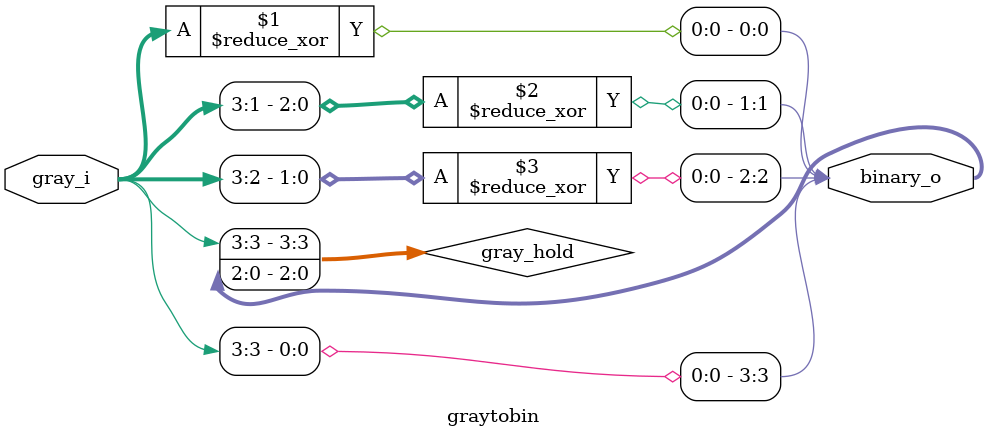
<source format=sv>
module graytobin
  #(parameter width_p = 4)
  (input [width_p -1:0] gray_i
  ,output [width_p - 1:0] binary_o);

  // Write your module and concurrent assertions here

  // Use `ifdef FORMAL to hide your concurrent assertion from iverilog
`ifdef FORMAL
 assert property (binary_o[width_p-1] = gray_i[width_p-1]);
 assert property (binary_o[width_p-2] = gray_i[width_p-1] ^ gray_i[width_p-2];
`endif

logic [width_p - 1:0] gray_hold;
assign binary_o = gray_hold;
generate genvar i;
for(i = 0; i < width_p; i++) begin : conversion
	assign gray_hold[i] = ^gray_i[width_p-1:i];	
end
endgenerate
endmodule

</source>
